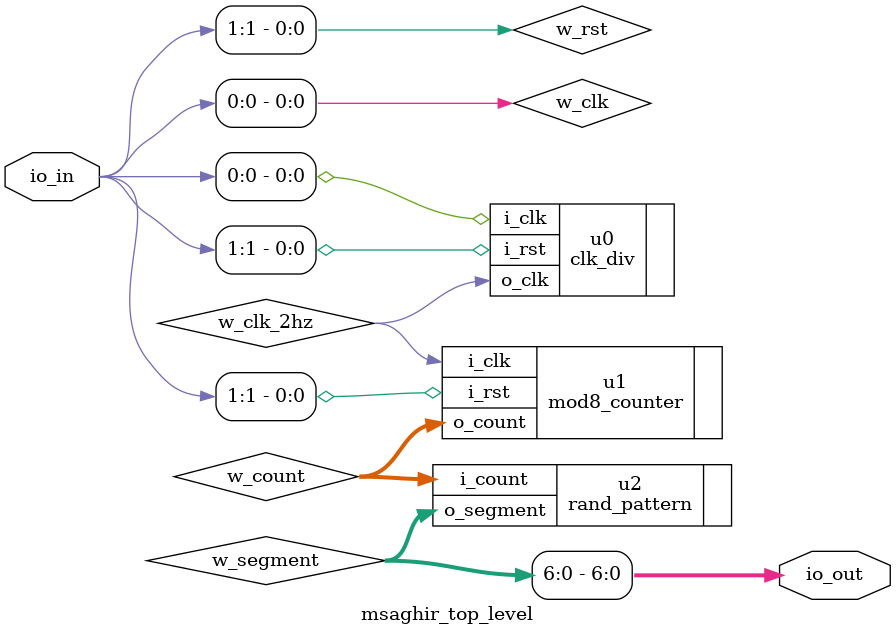
<source format=v>
module msaghir_top_level (io_in, io_out);
  input     [7:0] io_in;
  output    [7:0] io_out;

  wire      w_clk = io_in[0];
  wire      w_rst = io_in[1];
  wire      w_clk_2hz;
  wire      [2:0] w_count;
  wire      [6:0] w_segment;

  assign io_out[6:0] = w_segment;

  clk_div       u0 (.i_clk(w_clk), .i_rst(w_rst), .o_clk(w_clk_2hz));
  mod8_counter  u1 (.i_clk(w_clk_2hz), .i_rst(w_rst), .o_count(w_count));
  rand_pattern  u2 (.i_count(w_count), .o_segment(w_segment));
endmodule
</source>
